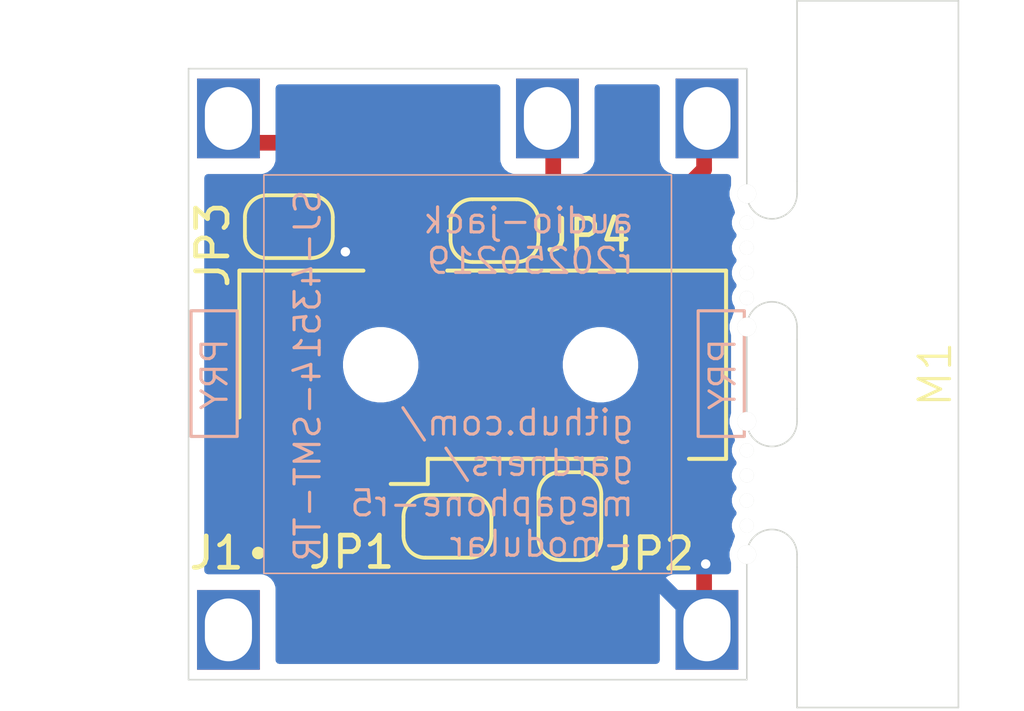
<source format=kicad_pcb>
(kicad_pcb (version 20240108) (generator "pcbnew") (generator_version "8.0")
  (layers (0 "F.Cu" signal) (31 "B.Cu" signal) (34 "B.Paste" user) (35 "F.Paste" user) (36 "B.SilkS" user "B.Silkscreen") (37 "F.SilkS" user "F.Silkscreen") (38 "B.Mask" user) (39 "F.Mask" user) (44 "Edge.Cuts" user))
  (net 0 "")
  (net 1 "Net-(JP2-B)")
  (net 2 "Net-(JP3-A)")
  (net 3 "Net-(JP1-A)")
  (net 4 "Net-(JP4-B)")
  (net 5 "RIGHT")
  (net 6 "MIC")
  (net 7 "GND")
  (net 8 "LEFT")
  (footprint "Jumper:SolderJumper-2_P1.3mm_Bridged_RoundedPad1.0x1.5mm" (layer "F.Cu") (at 41.575 32.1)
    (property "Reference" "JP3" (at -2.425 0.575 90) (layer "F.SilkS"))
    (property "Value" "Jumper_2_Bridged" (hide yes))
    (fp_poly (pts (xy 0.25 -0.3) (xy -0.25 -0.3) (xy -0.25 0.3) (xy 0.25 0.3)) (fill solid) (layer "F.Cu"))
    (fp_line (start -1.4 0.3) (end -1.4 -0.3) (stroke (width 0.12)) (layer "F.SilkS"))
    (fp_line (start -0.7 -1) (end 0.7 -1) (stroke (width 0.12)) (layer "F.SilkS"))
    (fp_line (start 0.7 1) (end -0.7 1) (stroke (width 0.12)) (layer "F.SilkS"))
    (fp_line (start 1.4 -0.3) (end 1.4 0.3) (stroke (width 0.12)) (layer "F.SilkS"))
    (fp_arc (start -1.4 -0.3) (mid -1.194975 -0.794975) (end -0.7 -1) (stroke (width 0.12)) (layer "F.SilkS"))
    (fp_arc (start -0.7 1) (mid -1.194975 0.794975) (end -1.4 0.3) (stroke (width 0.12)) (layer "F.SilkS"))
    (fp_arc (start 0.7 -1) (mid 1.194975 -0.794975) (end 1.4 -0.3) (stroke (width 0.12)) (layer "F.SilkS"))
    (fp_arc (start 1.4 0.3) (mid 1.194975 0.794975) (end 0.7 1) (stroke (width 0.12)) (layer "F.SilkS"))
    (pad "1" smd custom (at -0.65 0) (size 1 0.5) (layers "F.Cu" "F.Mask") (net 2 "Net-(JP3-A)") (options (clearance outline) (anchor rect)) (primitives (gr_circle (center 0 0.25) (end 0.5 0.25) (width 0) (fill yes)) (gr_circle (center 0 -0.25) (end 0.5 -0.25) (width 0) (fill yes)) (gr_poly (pts (xy 0.5 0.75) (xy 0 0.75) (xy 0 -0.75) (xy 0.5 -0.75)) (width 0) (fill yes))))
    (pad "2" smd custom (at 0.65 0) (size 1 0.5) (layers "F.Cu" "F.Mask") (net 7 "GND") (options (clearance outline) (anchor rect)) (primitives (gr_circle (center 0 0.25) (end 0.5 0.25) (width 0) (fill yes)) (gr_circle (center 0 -0.25) (end 0.5 -0.25) (width 0) (fill yes)) (gr_poly (pts (xy 0 0.75) (xy -0.5 0.75) (xy -0.5 -0.75) (xy 0 -0.75)) (width 0) (fill yes))))
  )
  (footprint "Jumper:SolderJumper-2_P1.3mm_Bridged_RoundedPad1.0x1.5mm" (layer "F.Cu") (at 48.125 32.225 180)
    (property "Reference" "JP4" (at -2.975 -0.15 0) (layer "F.SilkS"))
    (property "Value" "Jumper_2_Bridged" (hide yes))
    (fp_poly (pts (xy 0.25 -0.3) (xy -0.25 -0.3) (xy -0.25 0.3) (xy 0.25 0.3)) (fill solid) (layer "F.Cu"))
    (fp_line (start 1.4 -0.3) (end 1.4 0.3) (stroke (width 0.12)) (layer "F.SilkS"))
    (fp_line (start 0.7 1) (end -0.7 1) (stroke (width 0.12)) (layer "F.SilkS"))
    (fp_line (start -0.7 -1) (end 0.7 -1) (stroke (width 0.12)) (layer "F.SilkS"))
    (fp_line (start -1.4 0.3) (end -1.4 -0.3) (stroke (width 0.12)) (layer "F.SilkS"))
    (fp_arc (start 1.4 0.3) (mid 1.194975 0.794975) (end 0.7 1) (stroke (width 0.12)) (layer "F.SilkS"))
    (fp_arc (start 0.7 -1) (mid 1.194975 -0.794975) (end 1.4 -0.3) (stroke (width 0.12)) (layer "F.SilkS"))
    (fp_arc (start -0.7 1) (mid -1.194975 0.794975) (end -1.4 0.3) (stroke (width 0.12)) (layer "F.SilkS"))
    (fp_arc (start -1.4 -0.3) (mid -1.194975 -0.794975) (end -0.7 -1) (stroke (width 0.12)) (layer "F.SilkS"))
    (pad "1" smd custom (at -0.65 0 180) (size 1 0.5) (layers "F.Cu" "F.Mask") (net 8 "LEFT") (options (clearance outline) (anchor rect)) (primitives (gr_circle (center 0 0.25) (end 0.5 0.25) (width 0) (fill yes)) (gr_circle (center 0 -0.25) (end 0.5 -0.25) (width 0) (fill yes)) (gr_poly (pts (xy 0.5 0.75) (xy 0 0.75) (xy 0 -0.75) (xy 0.5 -0.75)) (width 0) (fill yes))))
    (pad "2" smd custom (at 0.65 0 180) (size 1 0.5) (layers "F.Cu" "F.Mask") (net 4 "Net-(JP4-B)") (options (clearance outline) (anchor rect)) (primitives (gr_circle (center 0 0.25) (end 0.5 0.25) (width 0) (fill yes)) (gr_circle (center 0 -0.25) (end 0.5 -0.25) (width 0) (fill yes)) (gr_poly (pts (xy 0 0.75) (xy -0.5 0.75) (xy -0.5 -0.75) (xy 0 -0.75)) (width 0) (fill yes))))
  )
  (footprint "audio-jack:CUI_SJ-43514-SMT-TR" (layer "F.Cu") (at 40.6 40)
    (property "Reference" "J1" (at -1.325 2.5 0) (layer "F.SilkS"))
    (property "Value" "SJ-43514-SMT-TR" (at 1.575 -3.15 90) (layer "B.SilkS") (effects (font (size 0.8 0.8) (thickness 0.1)) (justify mirror)))
    (fp_line (start -0.6 -6.5) (end -0.6 -1.82) (stroke (width 0.127)) (layer "F.SilkS"))
    (fp_line (start 3.35 -6.5) (end -0.6 -6.5) (stroke (width 0.127)) (layer "F.SilkS"))
    (fp_line (start 4.22 0.3) (end 5.4 0.3) (stroke (width 0.127)) (layer "F.SilkS"))
    (fp_line (start 5.4 -0.5) (end 11.08 -0.5) (stroke (width 0.127)) (layer "F.SilkS"))
    (fp_line (start 5.4 0.3) (end 5.4 -0.5) (stroke (width 0.127)) (layer "F.SilkS"))
    (fp_line (start 13.72 -0.5) (end 14.9 -0.5) (stroke (width 0.127)) (layer "F.SilkS"))
    (fp_line (start 14.9 -6.5) (end 6.02 -6.5) (stroke (width 0.127)) (layer "F.SilkS"))
    (fp_line (start 14.9 -0.5) (end 14.9 -6.5) (stroke (width 0.127)) (layer "F.SilkS"))
    (fp_circle (center 0 2.5) (end 0.1 2.5) (stroke (width 0.2)) (fill none) (layer "F.SilkS"))
    (pad "" np_thru_hole circle (at 3.9 -3.5) (size 1.9 1.9) (drill 1.9) (layers "*.Cu" "*.Mask"))
    (pad "" np_thru_hole circle (at 10.9 -3.5) (size 1.9 1.9) (drill 1.9) (layers "*.Cu" "*.Mask"))
    (pad "1" smd rect (at 0 0) (size 2 3) (layers "F.Cu" "F.Paste" "F.Mask") (net 2 "Net-(JP3-A)"))
    (pad "2" smd rect (at 12.4 0) (size 2 3) (layers "F.Cu" "F.Paste" "F.Mask") (net 1 "Net-(JP2-B)"))
    (pad "3" smd rect (at 4.7 -7) (size 2 3) (layers "F.Cu" "F.Paste" "F.Mask") (net 4 "Net-(JP4-B)"))
    (pad "4" smd rect (at 2.9 0) (size 2 3) (layers "F.Cu" "F.Paste" "F.Mask") (net 3 "Net-(JP1-A)"))
  )
  (footprint "MegaCastle:MegaCastle2x7-Module-I12.7x13.0-M8314-PANEL-NIBBLE" (layer "F.Cu") (at 47.27 36.8 90)
    (property "Reference" "M1" (at 0 14.89 90) (layer "F.SilkS") (effects (font (thickness 0.1))))
    (property "Value" "~")
    (fp_rect (start -1.984241 -7.341) (end 2.019516 -8.81) (stroke (width 0.1)) (fill none) (layer "B.SilkS"))
    (fp_rect (start -6.35 6.49) (end 6.35 -6.49) (stroke (width 0.05)) (fill none) (layer "B.SilkS"))
    (fp_rect (start -1.984241 7.341) (end 2.019516 8.81) (stroke (width 0.1)) (fill none) (layer "B.SilkS"))
    (fp_line (start 9.737499 -8.89) (end 9.737499 8.89) (stroke (width 0.05)) (layer "Edge.Cuts"))
    (fp_line (start -9.737499 -8.89) (end 9.737499 -8.89) (stroke (width 0.05)) (layer "Edge.Cuts"))
    (fp_line (start -9.737499 -8.89) (end -9.737499 8.89) (stroke (width 0.05)) (layer "Edge.Cuts"))
    (fp_line (start 6.15 8.89) (end 9.737499 8.89) (stroke (width 0.05)) (layer "Edge.Cuts"))
    (fp_line (start 6.15 8.89) (end 5.75 8.89) (stroke (width 0.05)) (layer "Edge.Cuts"))
    (fp_line (start 1.105 8.89) (end 1.505 8.89) (stroke (width 0.05)) (layer "Edge.Cuts"))
    (fp_line (start -1.105 8.89) (end 1.105 8.89) (stroke (width 0.05)) (layer "Edge.Cuts"))
    (fp_line (start -1.105 8.89) (end -1.505 8.89) (stroke (width 0.05)) (layer "Edge.Cuts"))
    (fp_line (start -6.15 8.89) (end -5.75 8.89) (stroke (width 0.05)) (layer "Edge.Cuts"))
    (fp_line (start -9.737499 8.89) (end -6.15 8.89) (stroke (width 0.05)) (layer "Edge.Cuts"))
    (fp_line (start 6.15 10.49) (end 5.75 10.49) (stroke (width 0.05)) (layer "Edge.Cuts"))
    (fp_line (start 1.105 10.49) (end 1.505 10.49) (stroke (width 0.05)) (layer "Edge.Cuts"))
    (fp_line (start -1.105 10.49) (end -1.505 10.49) (stroke (width 0.05)) (layer "Edge.Cuts"))
    (fp_line (start -6.15 10.49) (end -5.75 10.49) (stroke (width 0.05)) (layer "Edge.Cuts"))
    (fp_arc (start 1.505 8.89) (mid 2.305 9.69) (end 1.505 10.49) (stroke (width 0.05)) (layer "Edge.Cuts"))
    (fp_arc (start -5.75 8.89) (mid -4.95 9.69) (end -5.75 10.49) (stroke (width 0.05)) (layer "Edge.Cuts"))
    (fp_arc (start 5.75 10.49) (mid 4.95 9.69) (end 5.75 8.89) (stroke (width 0.05)) (layer "Edge.Cuts"))
    (fp_arc (start -1.505 10.49) (mid -2.305 9.69) (end -1.505 8.89) (stroke (width 0.05)) (layer "Edge.Cuts"))
    (fp_text user "PRY" (at 0 -7.59 90) (layer "B.SilkS") (effects (font (size 0.8 0.8) (thickness 0.1)) (justify bottom mirror)))
    (fp_text user "PRY" (at 0 8.59 90) (layer "B.SilkS") (effects (font (size 0.8 0.8) (thickness 0.1)) (justify bottom mirror)))
    (pad "" np_thru_hole circle (at -5.75 8.89 90) (size 0.6 0.6) (drill 0.6) (layers "F&B.Cu" "Edge.Cuts"))
    (pad "" np_thru_hole circle (at -4.8275 8.89 90) (size 0.45 0.45) (drill 0.45) (layers "F&B.Cu" "Edge.Cuts"))
    (pad "" np_thru_hole circle (at -4.0275 8.89 90) (size 0.45 0.45) (drill 0.45) (layers "F&B.Cu" "Edge.Cuts"))
    (pad "" np_thru_hole circle (at -3.2275 8.89 90) (size 0.45 0.45) (drill 0.45) (layers "F&B.Cu" "Edge.Cuts"))
    (pad "" np_thru_hole circle (at -2.4275 8.89 90) (size 0.45 0.45) (drill 0.45) (layers "F&B.Cu" "Edge.Cuts"))
    (pad "" np_thru_hole circle (at -1.505 8.89 90) (size 0.6 0.6) (drill 0.6) (layers "F&B.Cu" "Edge.Cuts"))
    (pad "" np_thru_hole circle (at 1.505 8.89 90) (size 0.6 0.6) (drill 0.6) (layers "F&B.Cu" "Edge.Cuts"))
    (pad "" np_thru_hole circle (at 2.4275 8.89 90) (size 0.45 0.45) (drill 0.45) (layers "F&B.Cu" "Edge.Cuts"))
    (pad "" np_thru_hole circle (at 3.2275 8.89 90) (size 0.45 0.45) (drill 0.45) (layers "F&B.Cu" "Edge.Cuts"))
    (pad "" np_thru_hole circle (at 4.0275 8.89 90) (size 0.45 0.45) (drill 0.45) (layers "F&B.Cu" "Edge.Cuts"))
    (pad "" np_thru_hole circle (at 4.8275 8.89 90) (size 0.45 0.45) (drill 0.45) (layers "F&B.Cu" "Edge.Cuts"))
    (pad "" np_thru_hole circle (at 5.75 8.89 90) (size 0.6 0.6) (drill 0.6) (layers "F&B.Cu" "Edge.Cuts"))
    (pad "1" thru_hole rect (at -8.15 -7.62 90) (size 2.54 2) (drill oval 2 1.5) (property pad_prop_castellated) (layers "*.Cu" "*.Mask"))
    (pad "7" thru_hole rect (at -8.15 7.62 90) (size 2.54 2) (drill oval 2 1.5) (property pad_prop_castellated) (layers "*.Cu" "*.Mask") (net 7 "GND"))
    (pad "8" thru_hole rect (at 8.15 -7.62 90) (size 2.54 2) (drill oval 2 1.5) (property pad_prop_castellated) (layers "*.Cu" "*.Mask") (net 8 "LEFT"))
    (pad "12" thru_hole rect (at 8.15 2.54 90) (size 2.54 2) (drill oval 2 1.5) (property pad_prop_castellated) (layers "*.Cu" "*.Mask") (net 6 "MIC"))
    (pad "14" thru_hole rect (at 8.15 7.62 90) (size 2.54 2) (drill oval 2 1.5) (property pad_prop_castellated) (layers "*.Cu" "*.Mask") (net 5 "RIGHT"))
  )
  (footprint "Jumper:SolderJumper-2_P1.3mm_Bridged_RoundedPad1.0x1.5mm" (layer "F.Cu") (at 50.525 41.325 90)
    (property "Reference" "JP2" (at -1.2 2.6 180) (layer "F.SilkS"))
    (property "Value" "Jumper_2_Bridged" (hide yes))
    (fp_poly (pts (xy 0.25 -0.3) (xy -0.25 -0.3) (xy -0.25 0.3) (xy 0.25 0.3)) (fill solid) (layer "F.Cu"))
    (fp_line (start -0.7 -1) (end 0.7 -1) (stroke (width 0.12)) (layer "F.SilkS"))
    (fp_line (start 1.4 -0.3) (end 1.4 0.3) (stroke (width 0.12)) (layer "F.SilkS"))
    (fp_line (start -1.4 0.3) (end -1.4 -0.3) (stroke (width 0.12)) (layer "F.SilkS"))
    (fp_line (start 0.7 1) (end -0.7 1) (stroke (width 0.12)) (layer "F.SilkS"))
    (fp_arc (start 0.7 -1) (mid 1.194975 -0.794975) (end 1.4 -0.3) (stroke (width 0.12)) (layer "F.SilkS"))
    (fp_arc (start -1.4 -0.3) (mid -1.194975 -0.794975) (end -0.7 -1) (stroke (width 0.12)) (layer "F.SilkS"))
    (fp_arc (start 1.4 0.3) (mid 1.194975 0.794975) (end 0.7 1) (stroke (width 0.12)) (layer "F.SilkS"))
    (fp_arc (start -0.7 1) (mid -1.194975 0.794975) (end -1.4 0.3) (stroke (width 0.12)) (layer "F.SilkS"))
    (pad "1" smd custom (at -0.65 0 90) (size 1 0.5) (layers "F.Cu" "F.Mask") (net 5 "RIGHT") (options (clearance outline) (anchor rect)) (primitives (gr_circle (center 0 0.25) (end 0.5 0.25) (width 0) (fill yes)) (gr_circle (center 0 -0.25) (end 0.5 -0.25) (width 0) (fill yes)) (gr_poly (pts (xy 0.5 0.75) (xy 0 0.75) (xy 0 -0.75) (xy 0.5 -0.75)) (width 0) (fill yes))))
    (pad "2" smd custom (at 0.65 0 90) (size 1 0.5) (layers "F.Cu" "F.Mask") (net 1 "Net-(JP2-B)") (options (clearance outline) (anchor rect)) (primitives (gr_circle (center 0 0.25) (end 0.5 0.25) (width 0) (fill yes)) (gr_circle (center 0 -0.25) (end 0.5 -0.25) (width 0) (fill yes)) (gr_poly (pts (xy 0 0.75) (xy -0.5 0.75) (xy -0.5 -0.75) (xy 0 -0.75)) (width 0) (fill yes))))
  )
  (footprint "Jumper:SolderJumper-2_P1.3mm_Bridged_RoundedPad1.0x1.5mm" (layer "F.Cu") (at 46.625 41.65)
    (property "Reference" "JP1" (at -3.05 0.825 0) (layer "F.SilkS"))
    (property "Value" "Jumper_2_Bridged" (hide yes))
    (fp_poly (pts (xy 0.25 -0.3) (xy -0.25 -0.3) (xy -0.25 0.3) (xy 0.25 0.3)) (fill solid) (layer "F.Cu"))
    (fp_line (start -1.4 0.3) (end -1.4 -0.3) (stroke (width 0.12)) (layer "F.SilkS"))
    (fp_line (start -0.7 -1) (end 0.7 -1) (stroke (width 0.12)) (layer "F.SilkS"))
    (fp_line (start 0.7 1) (end -0.7 1) (stroke (width 0.12)) (layer "F.SilkS"))
    (fp_line (start 1.4 -0.3) (end 1.4 0.3) (stroke (width 0.12)) (layer "F.SilkS"))
    (fp_arc (start -1.4 -0.3) (mid -1.194975 -0.794975) (end -0.7 -1) (stroke (width 0.12)) (layer "F.SilkS"))
    (fp_arc (start -0.7 1) (mid -1.194975 0.794975) (end -1.4 0.3) (stroke (width 0.12)) (layer "F.SilkS"))
    (fp_arc (start 0.7 -1) (mid 1.194975 -0.794975) (end 1.4 -0.3) (stroke (width 0.12)) (layer "F.SilkS"))
    (fp_arc (start 1.4 0.3) (mid 1.194975 0.794975) (end 0.7 1) (stroke (width 0.12)) (layer "F.SilkS"))
    (pad "1" smd custom (at -0.65 0) (size 1 0.5) (layers "F.Cu" "F.Mask") (net 3 "Net-(JP1-A)") (options (clearance outline) (anchor rect)) (primitives (gr_circle (center 0 0.25) (end 0.5 0.25) (width 0) (fill yes)) (gr_circle (center 0 -0.25) (end 0.5 -0.25) (width 0) (fill yes)) (gr_poly (pts (xy 0.5 0.75) (xy 0 0.75) (xy 0 -0.75) (xy 0.5 -0.75)) (width 0) (fill yes))))
    (pad "2" smd custom (at 0.65 0) (size 1 0.5) (layers "F.Cu" "F.Mask") (net 6 "MIC") (options (clearance outline) (anchor rect)) (primitives (gr_circle (center 0 0.25) (end 0.5 0.25) (width 0) (fill yes)) (gr_circle (center 0 -0.25) (end 0.5 -0.25) (width 0) (fill yes)) (gr_poly (pts (xy 0 0.75) (xy -0.5 0.75) (xy -0.5 -0.75) (xy 0 -0.75)) (width 0) (fill yes))))
  )
  (gr_line (start 57.76 24.9) (end 62.9 24.9) (stroke (width 0.05)) (layer "Edge.Cuts"))
  (gr_line (start 57.76 42.95) (end 57.76 47.425) (stroke (width 0.05)) (layer "Edge.Cuts"))
  (gr_line (start 62.9 47.425) (end 62.9 24.9) (stroke (width 0.05)) (layer "Edge.Cuts"))
  (gr_line (start 57.76 35.695) (end 57.76 37.905) (stroke (width 0.05)) (layer "Edge.Cuts"))
  (gr_line (start 57.76 30.65) (end 57.76 24.899999) (stroke (width 0.05)) (layer "Edge.Cuts"))
  (gr_line (start 57.76 47.425) (end 62.9 47.425) (stroke (width 0.05)) (layer "Edge.Cuts"))
  (gr_text "audio-jack\nr20250219\n\n\n\ngithub.com/\ngardners/\nmegaphone-r5\n-modular" (at 52.625 42.675 0) (layer "B.SilkS") (effects (font (size 0.8 0.8) (thickness 0.1)) (justify left bottom mirror)))
  (segment (start 50.525 40.675) (end 52.325 40.675) (width 0.5) (layer "F.Cu") (net 1))
  (segment (start 52.325 40.675) (end 53 40) (width 0.5) (layer "F.Cu") (net 1))
  (segment (start 40.6 40) (end 40.6 32.425) (width 0.5) (layer "F.Cu") (net 2))
  (segment (start 40.6 32.425) (end 40.925 32.1) (width 0.5) (layer "F.Cu") (net 2))
  (segment (start 44.325 40) (end 45.975 41.65) (width 0.5) (layer "F.Cu") (net 3))
  (segment (start 43.5 40) (end 44.325 40) (width 0.5) (layer "F.Cu") (net 3))
  (segment (start 46.7 33) (end 47.475 32.225) (width 0.5) (layer "F.Cu") (net 4))
  (segment (start 45.3 33) (end 46.7 33) (width 0.5) (layer "F.Cu") (net 4))
  (segment (start 49.3 35.775) (end 54.8 30.275) (width 0.5) (layer "F.Cu") (net 5))
  (segment (start 50.525 41.975) (end 49.77 41.975) (width 0.5) (layer "F.Cu") (net 5))
  (segment (start 54.8 30.275) (end 54.8 28.615) (width 0.5) (layer "F.Cu") (net 5))
  (segment (start 49.77 41.975) (end 49.3 41.505) (width 0.5) (layer "F.Cu") (net 5))
  (segment (start 49.3 41.505) (end 49.3 35.775) (width 0.5) (layer "F.Cu") (net 5))
  (segment (start 47.275 35.75) (end 50.325 32.7) (width 0.5) (layer "F.Cu") (net 6))
  (segment (start 50.325 32.7) (end 50.325 31.15) (width 0.5) (layer "F.Cu") (net 6))
  (segment (start 49.995 30.82) (end 49.995 28.65) (width 0.5) (layer "F.Cu") (net 6))
  (segment (start 47.275 41.65) (end 47.275 35.75) (width 0.5) (layer "F.Cu") (net 6))
  (segment (start 50.325 31.15) (end 49.995 30.82) (width 0.5) (layer "F.Cu") (net 6))
  (segment (start 42.225 32.1) (end 42.575 32.1) (width 0.5) (layer "F.Cu") (net 7))
  (segment (start 54.8 42.9) (end 54.85 42.85) (width 0.5) (layer "F.Cu") (net 7))
  (segment (start 54.8 45.125) (end 54.8 42.9) (width 0.5) (layer "F.Cu") (net 7))
  (segment (start 42.575 32.1) (end 43.375 32.9) (width 0.5) (layer "F.Cu") (net 7))
  (via (at 54.85 42.85) (size 0.6) (drill 0.3) (layers "F.Cu" "B.Cu") (net 7))
  (via (at 43.375 32.9) (size 0.6) (drill 0.3) (layers "F.Cu" "B.Cu") (net 7))
  (segment (start 48.775 32.225) (end 48.775 31.47) (width 0.5) (layer "F.Cu") (net 8))
  (segment (start 48.775 32.225) (end 48.9 32.225) (width 0.5) (layer "F.Cu") (net 8))
  (segment (start 46.73 29.425) (end 39.49 29.425) (width 0.5) (layer "F.Cu") (net 8))
  (segment (start 48.775 31.47) (end 46.73 29.425) (width 0.5) (layer "F.Cu") (net 8))
  (segment (start 48.9 32.225) (end 49 32.125) (width 0.5) (layer "F.Cu") (net 8))
  (zone (net 7) (net_name "GND") (layer "B.Cu") (connect_pads (clearance 0.5)) (min_thickness 0.25) (fill yes (thermal_gap 0.5) (thermal_bridge_width 0.5))
    (polygon (pts (xy 32.55 24.975) (xy 32.375 47.45) (xy 64 47.55) (xy 63.725 25.025)))
  )
)
</source>
